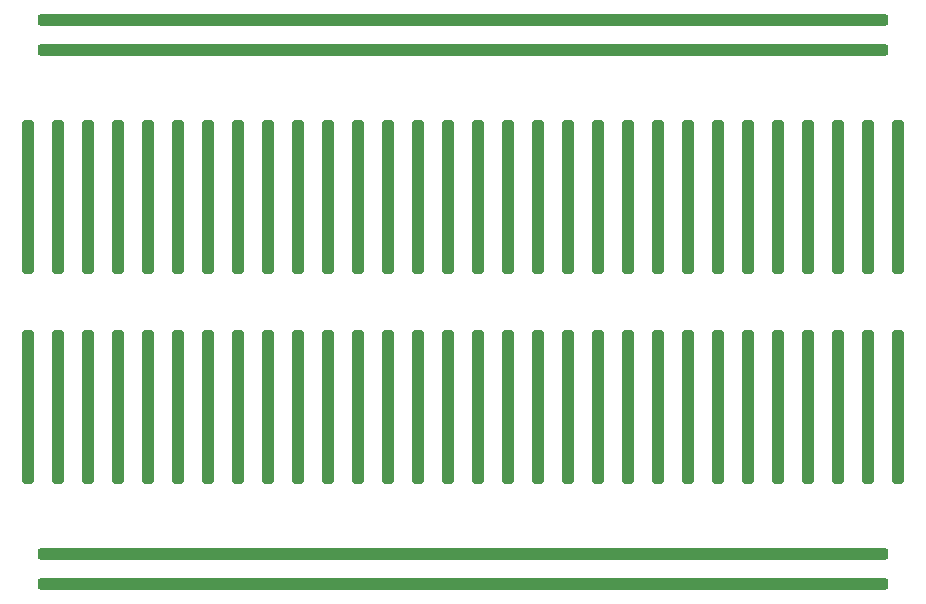
<source format=gtp>
G04 #@! TF.GenerationSoftware,KiCad,Pcbnew,(6.0.6-0)*
G04 #@! TF.CreationDate,2022-07-22T11:03:06-07:00*
G04 #@! TF.ProjectId,MTMatrixV3,4d544d61-7472-4697-9856-332e6b696361,rev?*
G04 #@! TF.SameCoordinates,Original*
G04 #@! TF.FileFunction,Paste,Top*
G04 #@! TF.FilePolarity,Positive*
%FSLAX46Y46*%
G04 Gerber Fmt 4.6, Leading zero omitted, Abs format (unit mm)*
G04 Created by KiCad (PCBNEW (6.0.6-0)) date 2022-07-22 11:03:06*
%MOMM*%
%LPD*%
G01*
G04 APERTURE LIST*
G04 Aperture macros list*
%AMRoundRect*
0 Rectangle with rounded corners*
0 $1 Rounding radius*
0 $2 $3 $4 $5 $6 $7 $8 $9 X,Y pos of 4 corners*
0 Add a 4 corners polygon primitive as box body*
4,1,4,$2,$3,$4,$5,$6,$7,$8,$9,$2,$3,0*
0 Add four circle primitives for the rounded corners*
1,1,$1+$1,$2,$3*
1,1,$1+$1,$4,$5*
1,1,$1+$1,$6,$7*
1,1,$1+$1,$8,$9*
0 Add four rect primitives between the rounded corners*
20,1,$1+$1,$2,$3,$4,$5,0*
20,1,$1+$1,$4,$5,$6,$7,0*
20,1,$1+$1,$6,$7,$8,$9,0*
20,1,$1+$1,$8,$9,$2,$3,0*%
G04 Aperture macros list end*
%ADD10RoundRect,0.250000X-35.750000X-0.250000X35.750000X-0.250000X35.750000X0.250000X-35.750000X0.250000X0*%
%ADD11RoundRect,0.250000X0.250000X-6.250000X0.250000X6.250000X-0.250000X6.250000X-0.250000X-6.250000X0*%
G04 APERTURE END LIST*
D10*
G04 #@! TO.C,J3*
X165100000Y-34544000D03*
D11*
X128270000Y-46990000D03*
X130810000Y-46990000D03*
X133350000Y-46990000D03*
X135890000Y-46990000D03*
X138430000Y-46990000D03*
X140970000Y-46990000D03*
X143510000Y-46990000D03*
X146050000Y-46990000D03*
X148590000Y-46990000D03*
X151130000Y-46990000D03*
X153670000Y-46990000D03*
X156210000Y-46990000D03*
X158750000Y-46990000D03*
X161290000Y-46990000D03*
X163830000Y-46990000D03*
X166370000Y-46990000D03*
X168910000Y-46990000D03*
X171450000Y-46990000D03*
X173990000Y-46990000D03*
X176530000Y-46990000D03*
X179070000Y-46990000D03*
X181610000Y-46990000D03*
X184150000Y-46990000D03*
X186690000Y-46990000D03*
X189230000Y-46990000D03*
X191770000Y-46990000D03*
X194310000Y-46990000D03*
X196850000Y-46990000D03*
X199390000Y-46990000D03*
X201930000Y-46990000D03*
D10*
X165100000Y-32004000D03*
X165100000Y-79756000D03*
D11*
X128270000Y-64770000D03*
X130810000Y-64770000D03*
X133350000Y-64770000D03*
X135890000Y-64770000D03*
X138430000Y-64770000D03*
X140970000Y-64770000D03*
X143510000Y-64770000D03*
X146050000Y-64770000D03*
X148590000Y-64770000D03*
X151130000Y-64770000D03*
X153670000Y-64770000D03*
X156210000Y-64770000D03*
X158750000Y-64770000D03*
X161290000Y-64770000D03*
X163830000Y-64770000D03*
X166370000Y-64770000D03*
X168910000Y-64770000D03*
X171450000Y-64770000D03*
X173990000Y-64770000D03*
X176530000Y-64770000D03*
X179070000Y-64770000D03*
X181610000Y-64770000D03*
X184150000Y-64770000D03*
X186690000Y-64770000D03*
X189230000Y-64770000D03*
X191770000Y-64770000D03*
X194310000Y-64770000D03*
X196850000Y-64770000D03*
X199390000Y-64770000D03*
X201930000Y-64770000D03*
D10*
X165100000Y-77216000D03*
G04 #@! TD*
M02*

</source>
